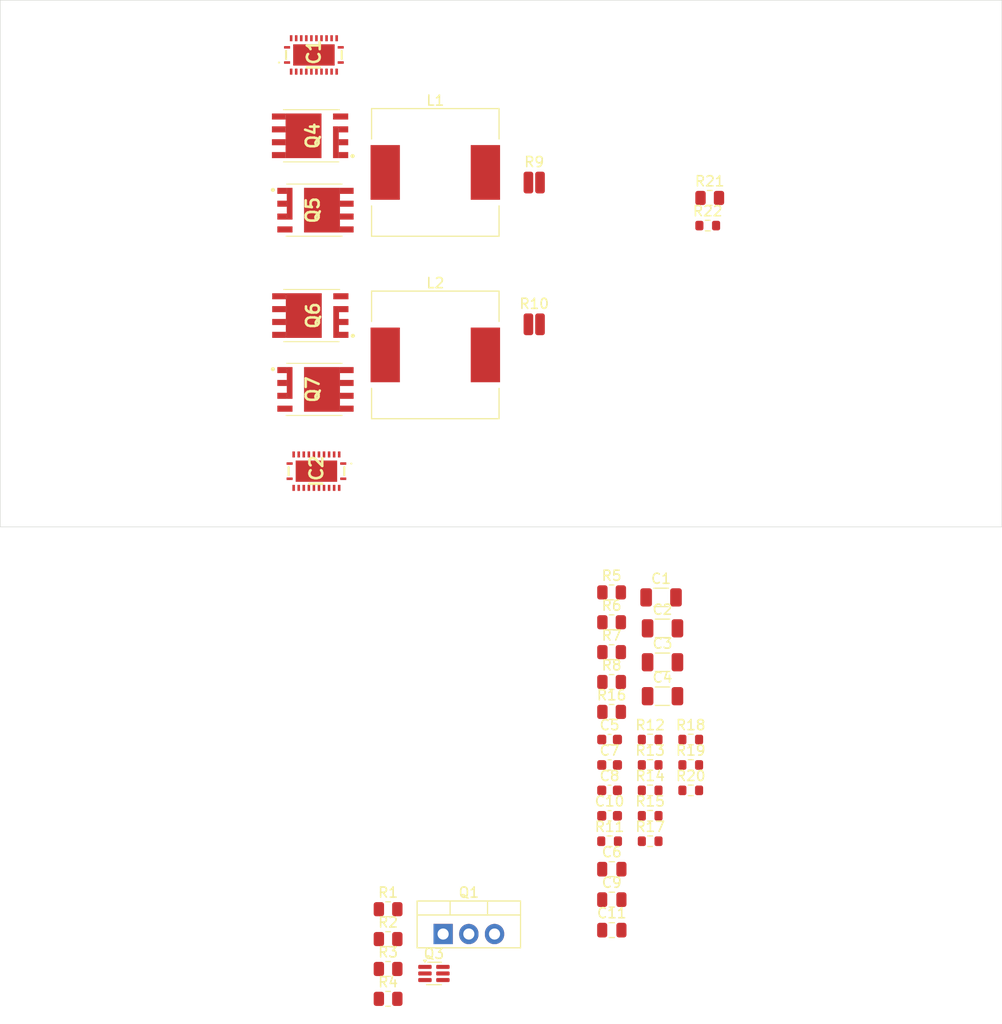
<source format=kicad_pcb>
(kicad_pcb (version 20241229) (generator "pcbnew") (generator_version "9.0")
  (layers (0 "F.Cu" signal) (2 "B.Cu" signal) (13 "F.Paste" user) (15 "B.Paste" user) (5 "F.SilkS" user "F.Silkscreen") (7 "B.SilkS" user "B.Silkscreen") (1 "F.Mask" user) (3 "B.Mask" user) (25 "Edge.Cuts" user))
  (net 0 "")
  (net 1 "GND")
  (net 2 "/Buck/VLINK")
  (net 3 "/Buck/SW1")
  (net 4 "/Buck/CBOOT1")
  (net 5 "VDDA")
  (net 6 "Net-(IC2-VCCX)")
  (net 7 "Net-(IC1-VCCX)")
  (net 8 "/Buck/CBOOT2")
  (net 9 "/Buck/SW2")
  (net 10 "Net-(IC1-VCC)")
  (net 11 "/Buck/VIN_BUCK")
  (net 12 "Net-(IC1-EN)")
  (net 14 "/Buck/CNFG1")
  (net 15 "/Buck/IS1_P")
  (net 16 "/Buck/EXTCOMP")
  (net 17 "/Buck/GH1")
  (net 19 "/Buck/RT1")
  (net 21 "/Buck/FB")
  (net 23 "/Buck/IS1_N")
  (net 24 "/Buck/GL1")
  (net 26 "/Buck/SYNC")
  (net 27 "/Buck/IS2_N")
  (net 28 "/Buck/IS2_P")
  (net 30 "/Buck/RT2")
  (net 31 "/Buck/CNFG2")
  (net 38 "/Buck/GH2")
  (net 39 "/Buck/GL2")
  (net 40 "Net-(L1-Pad2)")
  (net 41 "Net-(L2-Pad2)")
  (net 43 "Net-(Q1-B)")
  (net 44 "Net-(Q1-C)")
  (net 46 "Net-(Q3B-E2)")
  (net 47 "Net-(Q3A-E1)")
  (net 48 "Net-(D1-A)")
  (net 50 "Net-(Q2-PadB)")
  (net 52 "Net-(R17-Pad2)")
  (net 53 "Net-(R19-Pad2)")
  (net 54 "Net-(IC2-EN)")
  (net 55 "Net-(Q4-Pad4)")
  (net 56 "Net-(Q5-Pad4)")
  (net 57 "Net-(Q6-Pad4)")
  (net 58 "Net-(Q7-Pad4)")
  (net 59 "/Buck/VREF")
  (footprint "Capacitor_SMD:C_1206_3216Metric" (layer "F.Cu") (at 105.455 132.02)
    (property "Reference" "C2" (at 0 -1.85 0) (layer "F.SilkS"))
    (property "Value" "C")
    (fp_line (start -0.711252 -0.91) (end 0.711252 -0.91) (stroke (width 0.12)) (layer "F.SilkS"))
    (fp_line (start -0.711252 0.91) (end 0.711252 0.91) (stroke (width 0.12)) (layer "F.SilkS"))
    (pad "1" smd roundrect (at -1.475 0) (size 1.15 1.8) (layers "F.Cu" "F.Mask" "F.Paste") (roundrect_rratio 0.217391) (net 2 "/Buck/VLINK"))
    (pad "2" smd roundrect (at 1.475 0) (size 1.15 1.8) (layers "F.Cu" "F.Mask" "F.Paste") (roundrect_rratio 0.217391) (net 1 "GND"))
  )
  (footprint "Resistor_SMD:R_0805_2012Metric" (layer "F.Cu") (at 100.425 134.37)
    (property "Reference" "R7" (at 0 -1.65 0) (layer "F.SilkS"))
    (property "Value" "2.2")
    (fp_line (start -0.227064 -0.735) (end 0.227064 -0.735) (stroke (width 0.12)) (layer "F.SilkS"))
    (fp_line (start -0.227064 0.735) (end 0.227064 0.735) (stroke (width 0.12)) (layer "F.SilkS"))
    (pad "1" smd roundrect (at -0.9125 0) (size 1.025 1.4) (layers "F.Cu" "F.Mask" "F.Paste") (roundrect_rratio 0.243902) (net 17 "/Buck/GH1"))
    (pad "2" smd roundrect (at 0.9125 0) (size 1.025 1.4) (layers "F.Cu" "F.Mask" "F.Paste") (roundrect_rratio 0.243902) (net 57 "Net-(Q6-Pad4)"))
  )
  (footprint "Resistor_SMD:R_0603_1608Metric" (layer "F.Cu") (at 108.245 148.02)
    (property "Reference" "R20" (at 0 -1.43 0) (layer "F.SilkS"))
    (property "Value" "10k")
    (fp_line (start -0.237258 -0.5225) (end 0.237258 -0.5225) (stroke (width 0.12)) (layer "F.SilkS"))
    (fp_line (start -0.237258 0.5225) (end 0.237258 0.5225) (stroke (width 0.12)) (layer "F.SilkS"))
    (pad "1" smd roundrect (at -0.825 0) (size 0.8 0.95) (layers "F.Cu" "F.Mask" "F.Paste") (net 53 "Net-(R19-Pad2)"))
    (pad "2" smd roundrect (at 0.825 0) (size 0.8 0.95) (layers "F.Cu" "F.Mask" "F.Paste") (net 1 "GND"))
  )
  (footprint "Resistor_SMD:R_0603_1608Metric" (layer "F.Cu") (at 109.925 92.25)
    (property "Reference" "R22" (at 0 -1.43 0) (layer "F.SilkS"))
    (property "Value" "R")
    (fp_line (start -0.237258 -0.5225) (end 0.237258 -0.5225) (stroke (width 0.12)) (layer "F.SilkS"))
    (fp_line (start -0.237258 0.5225) (end 0.237258 0.5225) (stroke (width 0.12)) (layer "F.SilkS"))
    (pad "1" smd roundrect (at -0.825 0) (size 0.8 0.95) (layers "F.Cu" "F.Mask" "F.Paste") (net 59 "/Buck/VREF"))
    (pad "2" smd roundrect (at 0.825 0) (size 0.8 0.95) (layers "F.Cu" "F.Mask" "F.Paste") (net 21 "/Buck/FB"))
  )
  (footprint "Resistor_SMD:R_0805_2012Metric" (layer "F.Cu") (at 78.3325 168.605)
    (property "Reference" "R4" (at 0 -1.65 0) (layer "F.SilkS"))
    (property "Value" "R")
    (fp_line (start -0.227064 -0.735) (end 0.227064 -0.735) (stroke (width 0.12)) (layer "F.SilkS"))
    (fp_line (start -0.227064 0.735) (end 0.227064 0.735) (stroke (width 0.12)) (layer "F.SilkS"))
    (pad "1" smd roundrect (at -0.9125 0) (size 1.025 1.4) (layers "F.Cu" "F.Mask" "F.Paste") (roundrect_rratio 0.243902) (net 48 "Net-(D1-A)"))
    (pad "2" smd roundrect (at 0.9125 0) (size 1.025 1.4) (layers "F.Cu" "F.Mask" "F.Paste") (roundrect_rratio 0.243902) (net 1 "GND"))
  )
  (footprint "Capacitor_SMD:C_1206_3216Metric" (layer "F.Cu") (at 105.455 138.72)
    (property "Reference" "C4" (at 0 -1.85 0) (layer "F.SilkS"))
    (property "Value" "C")
    (fp_line (start -0.711252 -0.91) (end 0.711252 -0.91) (stroke (width 0.12)) (layer "F.SilkS"))
    (fp_line (start -0.711252 0.91) (end 0.711252 0.91) (stroke (width 0.12)) (layer "F.SilkS"))
    (pad "1" smd roundrect (at -1.475 0) (size 1.15 1.8) (layers "F.Cu" "F.Mask" "F.Paste") (roundrect_rratio 0.217391) (net 2 "/Buck/VLINK"))
    (pad "2" smd roundrect (at 1.475 0) (size 1.15 1.8) (layers "F.Cu" "F.Mask" "F.Paste") (roundrect_rratio 0.217391) (net 1 "GND"))
  )
  (footprint "Resistor_SMD:R_0805_2012Metric" (layer "F.Cu") (at 78.3325 165.655)
    (property "Reference" "R3" (at 0 -1.65 0) (layer "F.SilkS"))
    (property "Value" "R")
    (fp_line (start -0.227064 -0.735) (end 0.227064 -0.735) (stroke (width 0.12)) (layer "F.SilkS"))
    (fp_line (start -0.227064 0.735) (end 0.227064 0.735) (stroke (width 0.12)) (layer "F.SilkS"))
    (pad "1" smd roundrect (at -0.9125 0) (size 1.025 1.4) (layers "F.Cu" "F.Mask" "F.Paste") (roundrect_rratio 0.243902))
    (pad "2" smd roundrect (at 0.9125 0) (size 1.025 1.4) (layers "F.Cu" "F.Mask" "F.Paste") (roundrect_rratio 0.243902) (net 46 "Net-(Q3B-E2)"))
  )
  (footprint "Resistor_SMD:R_0805_2012Metric" (layer "F.Cu") (at 100.425 137.32)
    (property "Reference" "R8" (at 0 -1.65 0) (layer "F.SilkS"))
    (property "Value" "2.2")
    (fp_line (start -0.227064 -0.735) (end 0.227064 -0.735) (stroke (width 0.12)) (layer "F.SilkS"))
    (fp_line (start -0.227064 0.735) (end 0.227064 0.735) (stroke (width 0.12)) (layer "F.SilkS"))
    (pad "1" smd roundrect (at -0.9125 0) (size 1.025 1.4) (layers "F.Cu" "F.Mask" "F.Paste") (roundrect_rratio 0.243902) (net 24 "/Buck/GL1"))
    (pad "2" smd roundrect (at 0.9125 0) (size 1.025 1.4) (layers "F.Cu" "F.Mask" "F.Paste") (roundrect_rratio 0.243902) (net 58 "Net-(Q7-Pad4)"))
  )
  (footprint "Samacsys:IPC100N04S51R2ATMA1" (layer "F.Cu") (at 70.75 101.135 90)
    (property "Reference" "Q6" (at 0 0.163 90) (layer "F.SilkS") (effects (font (size 1.27 1.27) (thickness 0.254))))
    (property "Value" "BSC019N06NS" (hide yes))
    (fp_line (start 2.575 -2.74) (end 2.575 2.8) (stroke (width 0.1)) (layer "F.SilkS"))
    (fp_line (start -2.575 -2.74) (end -2.575 2.74) (stroke (width 0.1)) (layer "F.SilkS"))
    (fp_line (start -2 4) (end -2 4) (stroke (width 0.2)) (layer "F.SilkS"))
    (fp_line (start -2 4.2) (end -2 4.2) (stroke (width 0.2)) (layer "F.SilkS"))
    (fp_arc (start -2 4) (mid -1.9 4.1) (end -2 4.2) (stroke (width 0.2)) (layer "F.SilkS"))
    (fp_arc (start -2 4.2) (mid -2.1 4.1) (end -2 4) (stroke (width 0.2)) (layer "F.SilkS"))
    (pad "1" smd rect (at -1.905 3.199 90) (size 0.6 0.935) (layers "F.Cu" "F.Mask" "F.Paste") (net 9 "/Buck/SW2"))
    (pad "2" smd rect (at -0.635 3.199 90) (size 0.6 0.935) (layers "F.Cu" "F.Mask" "F.Paste") (net 9 "/Buck/SW2"))
    (pad "3" smd rect (at 0.635 3.199 90) (size 0.6 0.935) (layers "F.Cu" "F.Mask" "F.Paste") (net 9 "/Buck/SW2"))
    (pad "4" smd rect (at 1.905 2.916 90) (size 0.6 1.5) (layers "F.Cu" "F.Mask" "F.Paste") (net 57 "Net-(Q6-Pad4)"))
    (pad "5" smd rect (at 1.905 -3.199 90) (size 0.6 1.35) (layers "F.Cu" "F.Mask" "F.Paste") (net 11 "/Buck/VIN_BUCK"))
    (pad "6" smd rect (at 0.635 -3.199 90) (size 0.6 1.35) (layers "F.Cu" "F.Mask" "F.Paste") (net 11 "/Buck/VIN_BUCK"))
    (pad "7" smd rect (at -0.635 -3.199 90) (size 0.6 1.35) (layers "F.Cu" "F.Mask" "F.Paste") (net 11 "/Buck/VIN_BUCK"))
    (pad "8" smd rect (at -1.905 -3.199 90) (size 0.6 1.35) (layers "F.Cu" "F.Mask" "F.Paste") (net 11 "/Buck/VIN_BUCK"))
    (pad "9" smd rect (at 0 -0.749 180) (size 3.55 4.41) (layers "F.Cu" "F.Mask" "F.Paste") (net 11 "/Buck/VIN_BUCK"))
    (pad "10" smd rect (at -0.635 2.449 180) (size 0.565 3.14) (layers "F.Cu" "F.Mask" "F.Paste") (net 9 "/Buck/SW2"))
  )
  (footprint "Resistor_SMD:R_0508_1220Metric" (layer "F.Cu") (at 92.775 88)
    (property "Reference" "R9" (at 0 -2.03 0) (layer "F.SilkS"))
    (property "Value" "8m")
    (pad "1" smd roundrect (at -0.575 0) (size 0.95 2.15) (layers "F.Cu" "F.Mask" "F.Paste") (net 40 "Net-(L1-Pad2)"))
    (pad "2" smd roundrect (at 0.575 0) (size 0.95 2.15) (layers "F.Cu" "F.Mask" "F.Paste") (net 2 "/Buck/VLINK"))
  )
  (footprint "Capacitor_SMD:C_0603_1608Metric" (layer "F.Cu") (at 100.225 145.51)
    (property "Reference" "C7" (at 0 -1.43 0) (layer "F.SilkS"))
    (property "Value" "0.1")
    (fp_line (start -0.14058 -0.51) (end 0.14058 -0.51) (stroke (width 0.12)) (layer "F.SilkS"))
    (fp_line (start -0.14058 0.51) (end 0.14058 0.51) (stroke (width 0.12)) (layer "F.SilkS"))
    (pad "1" smd roundrect (at -0.775 0) (size 0.9 0.95) (layers "F.Cu" "F.Mask" "F.Paste") (net 1 "GND"))
    (pad "2" smd roundrect (at 0.775 0) (size 0.9 0.95) (layers "F.Cu" "F.Mask" "F.Paste") (net 6 "Net-(IC2-VCCX)"))
  )
  (footprint "Resistor_SMD:R_0805_2012Metric" (layer "F.Cu") (at 100.425 128.47)
    (property "Reference" "R5" (at 0 -1.65 0) (layer "F.SilkS"))
    (property "Value" "2.2")
    (fp_line (start -0.227064 -0.735) (end 0.227064 -0.735) (stroke (width 0.12)) (layer "F.SilkS"))
    (fp_line (start -0.227064 0.735) (end 0.227064 0.735) (stroke (width 0.12)) (layer "F.SilkS"))
    (pad "1" smd roundrect (at -0.9125 0) (size 1.025 1.4) (layers "F.Cu" "F.Mask" "F.Paste") (roundrect_rratio 0.243902) (net 17 "/Buck/GH1"))
    (pad "2" smd roundrect (at 0.9125 0) (size 1.025 1.4) (layers "F.Cu" "F.Mask" "F.Paste") (roundrect_rratio 0.243902) (net 55 "Net-(Q4-Pad4)"))
  )
  (footprint "Capacitor_SMD:C_0603_1608Metric" (layer "F.Cu") (at 100.225 148.02)
    (property "Reference" "C8" (at 0 -1.43 0) (layer "F.SilkS"))
    (property "Value" "0.1")
    (fp_line (start -0.14058 -0.51) (end 0.14058 -0.51) (stroke (width 0.12)) (layer "F.SilkS"))
    (fp_line (start -0.14058 0.51) (end 0.14058 0.51) (stroke (width 0.12)) (layer "F.SilkS"))
    (pad "1" smd roundrect (at -0.775 0) (size 0.9 0.95) (layers "F.Cu" "F.Mask" "F.Paste") (net 1 "GND"))
    (pad "2" smd roundrect (at 0.775 0) (size 0.9 0.95) (layers "F.Cu" "F.Mask" "F.Paste") (net 7 "Net-(IC1-VCCX)"))
  )
  (footprint "Inductor_SMD:L_12x12mm_H6mm" (layer "F.Cu") (at 83 87)
    (property "Reference" "L1" (at 0 -7.1 0) (layer "F.SilkS"))
    (property "Value" "47uH")
    (fp_line (start -6.3 -6.3) (end 6.3 -6.3) (stroke (width 0.12)) (layer "F.SilkS"))
    (fp_line (start -6.3 -3.3) (end -6.3 -6.3) (stroke (width 0.12)) (layer "F.SilkS"))
    (fp_line (start -6.3 6.3) (end -6.3 3.3) (stroke (width 0.12)) (layer "F.SilkS"))
    (fp_line (start 6.3 -6.3) (end 6.3 -3.3) (stroke (width 0.12)) (layer "F.SilkS"))
    (fp_line (start 6.3 3.3) (end 6.3 6.3) (stroke (width 0.12)) (layer "F.SilkS"))
    (fp_line (start 6.3 6.3) (end -6.3 6.3) (stroke (width 0.12)) (layer "F.SilkS"))
    (pad "1" smd rect (at -4.95 0) (size 2.9 5.4) (layers "F.Cu" "F.Mask" "F.Paste") (net 3 "/Buck/SW1"))
    (pad "2" smd rect (at 4.95 0) (size 2.9 5.4) (layers "F.Cu" "F.Mask" "F.Paste") (net 40 "Net-(L1-Pad2)"))
  )
  (footprint "Resistor_SMD:R_0603_1608Metric" (layer "F.Cu") (at 104.235 148.02)
    (property "Reference" "R14" (at 0 -1.43 0) (layer "F.SilkS"))
    (property "Value" "54.9k")
    (fp_line (start -0.237258 -0.5225) (end 0.237258 -0.5225) (stroke (width 0.12)) (layer "F.SilkS"))
    (fp_line (start -0.237258 0.5225) (end 0.237258 0.5225) (stroke (width 0.12)) (layer "F.SilkS"))
    (pad "1" smd roundrect (at -0.825 0) (size 0.8 0.95) (layers "F.Cu" "F.Mask" "F.Paste") (net 14 "/Buck/CNFG1"))
    (pad "2" smd roundrect (at 0.825 0) (size 0.8 0.95) (layers "F.Cu" "F.Mask" "F.Paste") (net 1 "GND"))
  )
  (footprint "Samacsys:LM5148RGYR" (layer "F.Cu") (at 71 75.4 90)
    (property "Reference" "IC1" (at 0 0 90) (layer "F.SilkS") (effects (font (size 1.27 1.27) (thickness 0.254))))
    (property "Value" "LM5148RGYR" (hide yes))
    (fp_line (start -0.75 -3.5) (end -0.75 -3.5) (stroke (width 0.1)) (layer "F.SilkS"))
    (fp_line (start -0.75 -3.4) (end -0.75 -3.4) (stroke (width 0.1)) (layer "F.SilkS"))
    (fp_line (start -0.4 -2.75) (end 0.4 -2.75) (stroke (width 0.2)) (layer "F.SilkS"))
    (fp_line (start -0.4 2.75) (end 0.4 2.75) (stroke (width 0.2)) (layer "F.SilkS"))
    (fp_arc (start -0.75 -3.5) (mid -0.7 -3.45) (end -0.75 -3.4) (stroke (width 0.1)) (layer "F.SilkS"))
    (fp_arc (start -0.75 -3.4) (mid -0.8 -3.45) (end -0.75 -3.5) (stroke (width 0.1)) (layer "F.SilkS"))
    (pad "1" smd rect (at -0.75 -2.65 90) (size 0.25 0.6) (layers "F.Cu" "F.Mask" "F.Paste"))
    (pad "2" smd rect (at -1.65 -2.25 180) (size 0.25 0.6) (layers "F.Cu" "F.Mask" "F.Paste"))
    (pad "3" smd rect (at -1.65 -1.75 180) (size 0.25 0.6) (layers "F.Cu" "F.Mask" "F.Paste") (net 14 "/Buck/CNFG1"))
    (pad "4" smd rect (at -1.65 -1.25 180) (size 0.25 0.6) (layers "F.Cu" "F.Mask" "F.Paste") (net 19 "/Buck/RT1"))
    (pad "5" smd rect (at -1.65 -0.75 180) (size 0.25 0.6) (layers "F.Cu" "F.Mask" "F.Paste") (net 16 "/Buck/EXTCOMP"))
    (pad "6" smd rect (at -1.65 -0.25 180) (size 0.25 0.6) (layers "F.Cu" "F.Mask" "F.Paste") (net 21 "/Buck/FB"))
    (pad "7" smd rect (at -1.65 0.25 180) (size 0.25 0.6) (layers "F.Cu" "F.Mask" "F.Paste") (net 1 "GND"))
    (pad "8" smd rect (at -1.65 0.75 180) (size 0.25 0.6) (layers "F.Cu" "F.Mask" "F.Paste") (net 5 "VDDA"))
    (pad "9" smd rect (at -1.65 1.25 180) (size 0.25 0.6) (layers "F.Cu" "F.Mask" "F.Paste") (net 10 "Net-(IC1-VCC)"))
    (pad "10" smd rect (at -1.65 1.75 180) (size 0.25 0.6) (layers "F.Cu" "F.Mask" "F.Paste") (net 1 "GND"))
    (pad "11" smd rect (at -1.65 2.25 180) (size 0.25 0.6) (layers "F.Cu" "F.Mask" "F.Paste") (net 24 "/Buck/GL1"))
    (pad "12" smd rect (at -0.75 2.65 90) (size 0.25 0.6) (layers "F.Cu" "F.Mask" "F.Paste") (net 11 "/Buck/VIN_BUCK"))
    (pad "13" smd rect (at 0.75 2.65 90) (size 0.25 0.6) (layers "F.Cu" "F.Mask" "F.Paste") (net 17 "/Buck/GH1"))
    (pad "14" smd rect (at 1.65 2.25 180) (size 0.25 0.6) (layers "F.Cu" "F.Mask" "F.Paste") (net 3 "/Buck/SW1"))
    (pad "15" smd rect (at 1.65 1.75 180) (size 0.25 0.6) (layers "F.Cu" "F.Mask" "F.Paste") (net 4 "/Buck/CBOOT1"))
    (pad "16" smd rect (at 1.65 1.25 180) (size 0.25 0.6) (layers "F.Cu" "F.Mask" "F.Paste") (net 7 "Net-(IC1-VCCX)"))
    (pad "17" smd rect (at 1.65 0.75 180) (size 0.25 0.6) (layers "F.Cu" "F.Mask" "F.Paste") (net 26 "/Buck/SYNC"))
    (pad "18" smd rect (at 1.65 0.25 180) (size 0.25 0.6) (layers "F.Cu" "F.Mask" "F.Paste") (net 1 "GND"))
    (pad "19" smd rect (at 1.65 -0.25 180) (size 0.25 0.6) (layers "F.Cu" "F.Mask" "F.Paste") (net 12 "Net-(IC1-EN)"))
    (pad "20" smd rect (at 1.65 -0.75 180) (size 0.25 0.6) (layers "F.Cu" "F.Mask" "F.Paste") (net 15 "/Buck/IS1_P"))
    (pad "21" smd rect (at 1.65 -1.25 180) (size 0.25 0.6) (layers "F.Cu" "F.Mask" "F.Paste") (net 23 "/Buck/IS1_N"))
    (pad "22" smd rect (at 1.65 -1.75 180) (size 0.25 0.6) (layers "F.Cu" "F.Mask" "F.Paste"))
    (pad "23" smd rect (at 1.65 -2.25 180) (size 0.25 0.6) (layers "F.Cu" "F.Mask" "F.Paste"))
    (pad "24" smd rect (at 0.75 -2.65 90) (size 0.25 0.6) (layers "F.Cu" "F.Mask" "F.Paste"))
    (pad "25" smd rect (at 0 0 90) (size 2.1 4.1) (layers "F.Cu" "F.Mask" "F.Paste") (net 1 "GND"))
  )
  (footprint "Resistor_SMD:R_0603_1608Metric" (layer "F.Cu") (at 108.245 143)
    (property "Reference" "R18" (at 0 -1.43 0) (layer "F.SilkS"))
    (property "Value" "10k")
    (fp_line (start -0.237258 -0.5225) (end 0.237258 -0.5225) (stroke (width 0.12)) (layer "F.SilkS"))
    (fp_line (start -0.237258 0.5225) (end 0.237258 0.5225) (stroke (width 0.12)) (layer "F.SilkS"))
    (pad "1" smd roundrect (at -0.825 0) (size 0.8 0.95) (layers "F.Cu" "F.Mask" "F.Paste") (net 52 "Net-(R17-Pad2)"))
    (pad "2" smd roundrect (at 0.825 0) (size 0.8 0.95) (layers "F.Cu" "F.Mask" "F.Paste") (net 1 "GND"))
  )
  (footprint "Resistor_SMD:R_0805_2012Metric" (layer "F.Cu") (at 100.425 140.27)
    (property "Reference" "R16" (at 0 -1.65 0) (layer "F.SilkS"))
    (property "Value" "10k")
    (fp_line (start -0.227064 -0.735) (end 0.227064 -0.735) (stroke (width 0.12)) (layer "F.SilkS"))
    (fp_line (start -0.227064 0.735) (end 0.227064 0.735) (stroke (width 0.12)) (layer "F.SilkS"))
    (pad "1" smd roundrect (at -0.9125 0) (size 1.025 1.4) (layers "F.Cu" "F.Mask" "F.Paste") (roundrect_rratio 0.243902) (net 11 "/Buck/VIN_BUCK"))
    (pad "2" smd roundrect (at 0.9125 0) (size 1.025 1.4) (layers "F.Cu" "F.Mask" "F.Paste") (roundrect_rratio 0.243902) (net 12 "Net-(IC1-EN)"))
  )
  (footprint "Resistor_SMD:R_0603_1608Metric" (layer "F.Cu") (at 104.235 153.04)
    (property "Reference" "R17" (at 0 -1.43 0) (layer "F.SilkS"))
    (property "Value" "100k")
    (fp_line (start -0.237258 -0.5225) (end 0.237258 -0.5225) (stroke (width 0.12)) (layer "F.SilkS"))
    (fp_line (start -0.237258 0.5225) (end 0.237258 0.5225) (stroke (width 0.12)) (layer "F.SilkS"))
    (pad "1" smd roundrect (at -0.825 0) (size 0.8 0.95) (layers "F.Cu" "F.Mask" "F.Paste") (net 19 "/Buck/RT1"))
    (pad "2" smd roundrect (at 0.825 0) (size 0.8 0.95) (layers "F.Cu" "F.Mask" "F.Paste") (net 52 "Net-(R17-Pad2)"))
  )
  (footprint "Resistor_SMD:R_0508_1220Metric" (layer "F.Cu") (at 92.775 102)
    (property "Reference" "R10" (at 0 -2.03 0) (layer "F.SilkS"))
    (property "Value" "8m")
    (pad "1" smd roundrect (at -0.575 0) (size 0.95 2.15) (layers "F.Cu" "F.Mask" "F.Paste") (net 41 "Net-(L2-Pad2)"))
    (pad "2" smd roundrect (at 0.575 0) (size 0.95 2.15) (layers "F.Cu" "F.Mask" "F.Paste") (net 2 "/Buck/VLINK"))
  )
  (footprint "Capacitor_SMD:C_0805_2012Metric" (layer "F.Cu") (at 100.445 158.81)
    (property "Reference" "C9" (at 0 -1.68 0) (layer "F.SilkS"))
    (property "Value" "0.1u")
    (fp_line (start -0.261252 -0.735) (end 0.261252 -0.735) (stroke (width 0.12)) (layer "F.SilkS"))
    (fp_line (start -0.261252 0.735) (end 0.261252 0.735) (stroke (width 0.12)) (layer "F.SilkS"))
    (pad "1" smd roundrect (at -0.95 0) (size 1 1.45) (layers "F.Cu" "F.Mask" "F.Paste") (net 5 "VDDA"))
    (pad "2" smd roundrect (at 0.95 0) (size 1 1.45) (layers "F.Cu" "F.Mask" "F.Paste") (net 1 "GND"))
  )
  (footprint "Resistor_SMD:R_0603_1608Metric" (layer "F.Cu") (at 104.235 145.51)
    (property "Reference" "R13" (at 0 -1.43 0) (layer "F.SilkS"))
    (property "Value" "R")
    (fp_line (start -0.237258 -0.5225) (end 0.237258 -0.5225) (stroke (width 0.12)) (layer "F.SilkS"))
    (fp_line (start -0.237258 0.5225) (end 0.237258 0.5225) (stroke (width 0.12)) (layer "F.SilkS"))
    (pad "1" smd roundrect (at -0.825 0) (size 0.8 0.95) (layers "F.Cu" "F.Mask" "F.Paste") (net 21 "/Buck/FB"))
    (pad "2" smd roundrect (at 0.825 0) (size 0.8 0.95) (layers "F.Cu" "F.Mask" "F.Paste") (net 1 "GND"))
  )
  (footprint "Capacitor_SMD:C_0603_1608Metric" (layer "F.Cu") (at 100.225 143)
    (property "Reference" "C5" (at 0 -1.43 0) (layer "F.SilkS"))
    (property "Value" "0.1")
    (fp_line (start -0.14058 -0.51) (end 0.14058 -0.51) (stroke (width 0.12)) (layer "F.SilkS"))
    (fp_line (start -0.14058 0.51) (end 0.14058 0.51) (stroke (width 0.12)) (layer "F.SilkS"))
    (pad "1" smd roundrect (at -0.775 0) (size 0.9 0.95) (layers "F.Cu" "F.Mask" "F.Paste") (net 4 "/Buck/CBOOT1"))
    (pad "2" smd roundrect (at 0.775 0) (size 0.9 0.95) (layers "F.Cu" "F.Mask" "F.Paste") (net 3 "/Buck/SW1"))
  )
  (footprint "Inductor_SMD:L_12x12mm_H6mm" (layer "F.Cu") (at 83 105.02)
    (property "Reference" "L2" (at 0 -7.1 0) (layer "F.SilkS"))
    (property "Value" "47uH")
    (fp_line (start -6.3 -6.3) (end 6.3 -6.3) (stroke (width 0.12)) (layer "F.SilkS"))
    (fp_line (start -6.3 -3.3) (end -6.3 -6.3) (stroke (width 0.12)) (layer "F.SilkS"))
    (fp_line (start -6.3 6.3) (end -6.3 3.3) (stroke (width 0.12)) (layer "F.SilkS"))
    (fp_line (start 6.3 -6.3) (end 6.3 -3.3) (stroke (width 0.12)) (layer "F.SilkS"))
    (fp_line (start 6.3 3.3) (end 6.3 6.3) (stroke (width 0.12)) (layer "F.SilkS"))
    (fp_line (start 6.3 6.3) (end -6.3 6.3) (stroke (width 0.12)) (layer "F.SilkS"))
    (pad "1" smd rect (at -4.95 0) (size 2.9 5.4) (layers "F.Cu" "F.Mask" "F.Paste") (net 9 "/Buck/SW2"))
    (pad "2" smd rect (at 4.95 0) (size 2.9 5.4) (layers "F.Cu" "F.Mask" "F.Paste") (net 41 "Net-(L2-Pad2)"))
  )
  (footprint "Resistor_SMD:R_0603_1608Metric" (layer "F.Cu") (at 104.235 150.53)
    (property "Reference" "R15" (at 0 -1.43 0) (layer "F.SilkS"))
    (property "Value" "90.0k")
    (fp_line (start -0.237258 -0.5225) (end 0.237258 -0.5225) (stroke (width 0.12)) (layer "F.SilkS"))
    (fp_line (start -0.237258 0.5225) (end 0.237258 0.5225) (stroke (width 0.12)) (layer "F.SilkS"))
    (pad "1" smd roundrect (at -0.825 0) (size 0.8 0.95) (layers "F.Cu" "F.Mask" "F.Paste") (net 31 "/Buck/CNFG2"))
    (pad "2" smd roundrect (at 0.825 0) (size 0.8 0.95) (layers "F.Cu" "F.Mask" "F.Paste") (net 1 "GND"))
  )
  (footprint "Samacsys:IPC100N04S51R2ATMA1" (layer "F.Cu") (at 71.051 108.425 -90)
    (property "Reference" "Q7" (at 0 0.163 90) (layer "F.SilkS") (effects (font (size 1.27 1.27) (thickness 0.254))))
    (property "Value" "BSC019N06NS" (hide yes))
    (fp_line (start -2 4.2) (end -2 4.2) (stroke (width 0.2)) (layer "F.SilkS"))
    (fp_line (start -2 4) (end -2 4) (stroke (width 0.2)) (layer "F.SilkS"))
    (fp_line (start -2.575 -2.74) (end -2.575 2.74) (stroke (width 0.1)) (layer "F.SilkS"))
    (fp_line (start 2.575 -2.74) (end 2.575 2.8) (stroke (width 0.1)) (layer "F.SilkS"))
    (fp_arc (start -2 4.2) (mid -2.1 4.1) (end -2 4) (stroke (width 0.2)) (layer "F.SilkS"))
    (fp_arc (start -2 4) (mid -1.9 4.1) (end -2 4.2) (stroke (width 0.2)) (layer "F.SilkS"))
    (pad "1" smd rect (at -1.905 3.199 270) (size 0.6 0.935) (layers "F.Cu" "F.Mask" "F.Paste") (net 1 "GND"))
    (pad "2" smd rect (at -0.635 3.199 270) (size 0.6 0.935) (layers "F.Cu" "F.Mask" "F.Paste") (net 1 "GND"))
    (pad "3" smd rect (at 0.635 3.199 270) (size 0.6 0.935) (layers "F.Cu" "F.Mask" "F.Paste") (net 1 "GND"))
    (pad "4" smd rect (at 1.905 2.916 270) (size 0.6 1.5) (layers "F.Cu" "F.Mask" "F.Paste") (net 58 "Net-(Q7-Pad4)"))
    (pad "5" smd rect (at 1.905 -3.199 270) (size 0.6 1.35) (layers "F.Cu" "F.Mask" "F.Paste") (net 9 "/Buck/SW2"))
    (pad "6" smd rect (at 0.635 -3.199 270) (size 0.6 1.35) (layers "F.Cu" "F.Mask" "F.Paste") (net 9 "/Buck/SW2"))
    (pad "7" smd rect (at -0.635 -3.199 270) (size 0.6 1.35) (layers "F.Cu" "F.Mask" "F.Paste") (net 9 "/Buck/SW2"))
    (pad "8" smd rect (at -1.905 -3.199 270) (size 0.6 1.35) (layers "F.Cu" "F.Mask" "F.Paste") (net 9 "/Buck/SW2"))
    (pad "9" smd rect (at 0 -0.749) (size 3.55 4.41) (layers "F.Cu" "F.Mask" "F.Paste") (net 9 "/Buck/SW2"))
    (pad "10" smd rect (at -0.635 2.449) (size 0.565 3.14) (layers "F.Cu" "F.Mask" "F.Paste") (net 1 "GND"))
  )
  (footprint "Samacsys:IPC100N04S51R2ATMA1" (layer "F.Cu") (at 70.725 83.385 90)
    (property "Reference" "Q4" (at 0 0.163 90) (layer "F.SilkS") (effects (font (size 1.27 1.27) (thickness 0.254))))
    (property "Value" "BSC019N06NS" (hide yes))
    (fp_line (start 2.575 -2.74) (end 2.575 2.8) (stroke (width 0.1)) (layer "F.SilkS"))
    (fp_line (start -2.575 -2.74) (end -2.575 2.74) (stroke (width 0.1)) (layer "F.SilkS"))
    (fp_line (start -2 4) (end -2 4) (stroke (width 0.2)) (layer "F.SilkS"))
    (fp_line (start -2 4.2) (end -2 4.2) (stroke (width 0.2)) (layer "F.SilkS"))
    (fp_arc (start -2 4) (mid -1.9 4.1) (end -2 4.2) (stroke (width 0.2)) (layer "F.SilkS"))
    (fp_arc (start -2 4.2) (mid -2.1 4.1) (end -2 4) (stroke (width 0.2)) (layer "F.SilkS"))
    (pad "1" smd rect (at -1.905 3.199 90) (size 0.6 0.935) (layers "F.Cu" "F.Mask" "F.Paste") (net 3 "/Buck/SW1"))
    (pad "2" smd rect (at -0.635 3.199 90) (size 0.6 0.935) (layers "F.Cu" "F.Mask" "F.Paste") (net 3 "/Buck/SW1"))
    (pad "3" smd rect (at 0.635 3.199 90) (size 0.6 0.935) (layers "F.Cu" "F.Mask" "F.Paste") (net 3 "/Buck/SW1"))
    (pad "4" smd rect (at 1.905 2.916 90) (size 0.6 1.5) (layers "F.Cu" "F.Mask" "F.Paste") (net 55 "Net-(Q4-Pad4)"))
    (pad "5" smd rect (at 1.905 -3.199 90) (size 0.6 1.35) (layers "F.Cu" "F.Mask" "F.Paste") (net 11 "/Buck/VIN_BUCK"))
    (pad "6" smd rect (at 0.635 -3.199 90) (size 0.6 1.35) (layers "F.Cu" "F.Mask" "F.Paste") (net 11 "/Buck/VIN_BUCK"))
    (pad "7" smd rect (at -0.635 -3.199 90) (size 0.6 1.35) (layers "F.Cu" "F.Mask" "F.Paste") (net 11 "/Buck/VIN_BUCK"))
    (pad "8" smd rect (at -1.905 -3.199 90) (size 0.6 1.35) (layers "F.Cu" "F.Mask" "F.Paste") (net 11 "/Buck/VIN_BUCK"))
    (pad "9" smd rect (at 0 -0.749 180) (size 3.55 4.41) (layers "F.Cu" "F.Mask" "F.Paste") (net 11 "/Buck/VIN_BUCK"))
    (pad "10" smd rect (at -0.635 2.449 180) (size 0.565 3.14) (layers "F.Cu" "F.Mask" "F.Paste") (net 3 "/Buck/SW1"))
  )
  (footprint "Resistor_SMD:R_0805_2012Metric" (layer "F.Cu") (at 100.425 131.42)
    (property "Reference" "R6" (at 0 -1.65 0) (layer "F.SilkS"))
    (property "Value" "2.2")
    (fp_line (start -0.227064 -0.735) (end 0.227064 -0.735) (stroke (width 0.12)) (layer "F.SilkS"))
    (fp_line (start -0.227064 0.735) (end 0.227064 0.735) (stroke (width 0.12)) (layer "F.SilkS"))
    (pad "1" smd roundrect (at -0.9125 0) (size 1.025 1.4) (layers "F.Cu" "F.Mask" "F.Paste") (roundrect_rratio 0.243902) (net 24 "/Buck/GL1"))
    (pad "2" smd roundrect (at 0.9125 0) (size 1.025 1.4) (layers "F.Cu" "F.Mask" "F.Paste") (roundrect_rratio 0.243902) (net 56 "Net-(Q5-Pad4)"))
  )
  (footprint "Samacsys:IPC100N04S51R2ATMA1" (layer "F.Cu") (at 71.051 90.725 -90)
    (property "Reference" "Q5" (at 0 0.163 90) (layer "F.SilkS") (effects (font (size 1.27 1.27) (thickness 0.254))))
    (property "Value" "BSC019N06NS" (hide yes))
    (fp_line (start -2 4.2) (end -2 4.2) (stroke (width 0.2)) (layer "F.SilkS"))
    (fp_line (start -2 4) (end -2 4) (stroke (width 0.2)) (layer "F.SilkS"))
    (fp_line (start -2.575 -2.74) (end -2.575 2.74) (stroke (width 0.1)) (layer "F.SilkS"))
    (fp_line (start 2.575 -2.74) (end 2.575 2.8) (stroke (width 0.1)) (layer "F.SilkS"))
    (fp_arc (start -2 4.2) (mid -2.1 4.1) (end -2 4) (stroke (width 0.2)) (layer "F.SilkS"))
    (fp_arc (start -2 4) (mid -1.9 4.1) (end -2 4.2) (stroke (width 0.2)) (layer "F.SilkS"))
    (pad "1" smd rect (at -1.905 3.199 270) (size 0.6 0.935) (layers "F.Cu" "F.Mask" "F.Paste") (net 1 "GND"))
    (pad "2" smd rect (at -0.635 3.199 270) (size 0.6 0.935) (layers "F.Cu" "F.Mask" "F.Paste") (net 1 "GND"))
    (pad "3" smd rect (at 0.635 3.199 270) (size 0.6 0.935) (layers "F.Cu" "F.Mask" "F.Paste") (net 1 "GND"))
    (pad "4" smd rect (at 1.905 2.916 270) (size 0.6 1.5) (layers "F.Cu" "F.Mask" "F.Paste") (net 56 "Net-(Q5-Pad4)"))
    (pad "5" smd rect (at 1.905 -3.199 270) (size 0.6 1.35) (layers "F.Cu" "F.Mask" "F.Paste") (net 3 "/Buck/SW1"))
    (pad "6" smd rect (at 0.635 -3.199 270) (size 0.6 1.35) (layers "F.Cu" "F.Mask" "F.Paste") (net 3 "/Buck/SW1"))
    (pad "7" smd rect (at -0.635 -3.199 270) (size 0.6 1.35) (layers "F.Cu" "F.Mask" "F.Paste") (net 3 "/Buck/SW1"))
    (pad "8" smd rect (at -1.905 -3.199 270) (size 0.6 1.35) (layers "F.Cu" "F.Mask" "F.Paste") (net 3 "/Buck/SW1"))
    (pad "9" smd rect (at 0 -0.749) (size 3.55 4.41) (layers "F.Cu" "F.Mask" "F.Paste") (net 3 "/Buck/SW1"))
    (pad "10" smd rect (at -0.635 2.449) (size 0.565 3.14) (layers "F.Cu" "F.Mask" "F.Paste") (net 1 "GND"))
  )
  (footprint "Capacitor_SMD:C_0805_2012Metric" (layer "F.Cu") (at 100.445 155.8)
    (property "Reference" "C6" (at 0 -1.68 0) (layer "F.SilkS"))
    (property "Value" "0.1u")
    (fp_line (start -0.261252 -0.735) (end 0.261252 -0.735) (stroke (width 0.12)) (layer "F.SilkS"))
    (fp_line (start -0.261252 0.735) (end 0.261252 0.735) (stroke (width 0.12)) (layer "F.SilkS"))
    (pad "1" smd roundrect (at -0.95 0) (size 1 1.45) (layers "F.Cu" "F.Mask" "F.Paste") (net 5 "VDDA"))
    (pad "2" smd roundrect (at 0.95 0) (size 1 1.45) (layers "F.Cu" "F.Mask" "F.Paste") (net 1 "GND"))
  )
  (footprint "Resistor_SMD:R_0603_1608Metric" (layer "F.Cu") (at 100.225 153.04)
    (property "Reference" "R11" (at 0 -1.43 0) (layer "F.SilkS"))
    (property "Value" "R")
    (fp_line (start -0.237258 -0.5225) (end 0.237258 -0.5225) (stroke (width 0.12)) (layer "F.SilkS"))
    (fp_line (start -0.237258 0.5225) (end 0.237258 0.5225) (stroke (width 0.12)) (layer "F.SilkS"))
    (pad "1" smd roundrect (at -0.825 0) (size 0.8 0.95) (layers "F.Cu" "F.Mask" "F.Paste") (net 5 "VDDA"))
    (pad "2" smd roundrect (at 0.825 0) (size 0.8 0.95) (layers "F.Cu" "F.Mask" "F.Paste") (net 21 "/Buck/FB"))
  )
  (footprint "Resistor_SMD:R_0603_1608Metric" (layer "F.Cu") (at 108.245 145.51)
    (property "Reference" "R19" (at 0 -1.43 0) (layer "F.SilkS"))
    (property "Value" "100k")
    (fp_line (start -0.237258 -0.5225) (end 0.237258 -0.5225) (stroke (width 0.12)) (layer "F.SilkS"))
    (fp_line (start -0.237258 0.5225) (end 0.237258 0.5225) (stroke (width 0.12)) (layer "F.SilkS"))
    (pad "1" smd roundrect (at -0.825 0) (size 0.8 0.95) (layers "F.Cu" "F.Mask" "F.Paste") (net 30 "/Buck/RT2"))
    (pad "2" smd roundrect (at 0.825 0) (size 0.8 0.95) (layers "F.Cu" "F.Mask" "F.Paste") (net 53 "Net-(R19-Pad2)"))
  )
  (footprint "Resistor_SMD:R_0805_2012Metric" (layer "F.Cu") (at 110.125 89.52)
    (property "Reference" "R21" (at 0 -1.65 0) (layer "F.SilkS"))
    (property "Value" "10k")
    (fp_line (start -0.227064 -0.735) (end 0.227064 -0.735) (stroke (width 0.12)) (layer "F.SilkS"))
    (fp_line (start -0.227064 0.735) (end 0.227064 0.735) (stroke (width 0.12)) (layer "F.SilkS"))
    (pad "1" smd roundrect (at -0.9125 0) (size 1.025 1.4) (layers "F.Cu" "F.Mask" "F.Paste") (roundrect_rratio 0.243902) (net 11 "/Buck/VIN_BUCK"))
    (pad "2" smd roundrect (at 0.9125 0) (size 1.025 1.4) (layers "F.Cu" "F.Mask" "F.Paste") (roundrect_rratio 0.243902) (net 54 "Net-(IC2-EN)"))
  )
  (footprint "Capacitor_SMD:C_0603_1608Metric" (layer "F.Cu") (at 100.225 150.53)
    (property "Reference" "C10" (at 0 -1.43 0) (layer "F.SilkS"))
    (property "Value" "0.1")
    (fp_line (start -0.14058 -0.51) (end 0.14058 -0.51) (stroke (width 0.12)) (layer "F.SilkS"))
    (fp_line (start -0.14058 0.51) (end 0.14058 0.51) (stroke (width 0.12)) (layer "F.SilkS"))
    (pad "1" smd roundrect (at -0.775 0) (size 0.9 0.95) (layers "F.Cu" "F.Mask" "F.Paste") (net 8 "/Buck/CBOOT2"))
    (pad "2" smd roundrect (at 0.775 0) (size 0.9 0.95) (layers "F.Cu" "F.Mask" "F.Paste") (net 9 "/Buck/SW2"))
  )
  (footprint "Samacsys:LM5148RGYR" (layer "F.Cu") (at 71.25 116.5 -90)
    (property "Reference" "IC2" (at 0 0 90) (layer "F.SilkS") (effects (font (size 1.27 1.27) (thickness 0.254))))
    (property "Value" "LM5148RGYR" (hide yes))
    (fp_line (start -0.4 2.75) (end 0.4 2.75) (stroke (width 0.2)) (layer "F.SilkS"))
    (fp_line (start -0.4 -2.75) (end 0.4 -2.75) (stroke (width 0.2)) (layer "F.SilkS"))
    (fp_line (start -0.75 -3.4) (end -0.75 -3.4) (stroke (width 0.1)) (layer "F.SilkS"))
    (fp_line (start -0.75 -3.5) (end -0.75 -3.5) (stroke (width 0.1)) (layer "F.SilkS"))
    (fp_arc (start -0.75 -3.4) (mid -0.8 -3.45) (end -0.75 -3.5) (stroke (width 0.1)) (layer "F.SilkS"))
    (fp_arc (start -0.75 -3.5) (mid -0.7 -3.45) (end -0.75 -3.4) (stroke (width 0.1)) (layer "F.SilkS"))
    (pad "1" smd rect (at -0.75 -2.65 270) (size 0.25 0.6) (layers "F.Cu" "F.Mask" "F.Paste"))
    (pad "2" smd rect (at -1.65 -2.25) (size 0.25 0.6) (layers "F.Cu" "F.Mask" "F.Paste"))
    (pad "3" smd rect (at -1.65 -1.75) (size 0.25 0.6) (layers "F.Cu" "F.Mask" "F.Paste") (net 31 "/Buck/CNFG2"))
    (pad "4" smd rect (at -1.65 -1.25) (size 0.25 0.6) (layers "F.Cu" "F.Mask" "F.Paste") (net 30 "/Buck/RT2"))
    (pad "5" smd rect (at -1.65 -0.75) (size 0.25 0.6) (layers "F.Cu" "F.Mask" "F.Paste") (net 16 "/Buck/EXTCOMP"))
    (pad "6" smd rect (at -1.65 -0.25) (size 0.25 0.6) (layers "F.Cu" "F.Mask" "F.Paste") (net 1 "GND"))
    (pad "7" smd rect (at -1.65 0.25) (size 0.25 0.6) (layers "F.Cu" "F.Mask" "F.Paste") (net 1 "GND"))
    (pad "8" smd rect (at -1.65 0.75) (size 0.25 0.6) (layers "F.Cu" "F.Mask" "F.Paste") (net 5 "VDDA"))
    (pad "9" smd rect (at -1.65 1.25) (size 0.25 0.6) (layers "F.Cu" "F.Mask" "F.Paste"))
    (pad "10" smd rect (at -1.65 1.75) (size 0.25 0.6) (layers "F.Cu" "F.Mask" "F.Paste") (net 1 "GND"))
    (pad "11" smd rect (at -1.65 2.25) (size 0.25 0.6) (layers "F.Cu" "F.Mask" "F.Paste") (net 39 "/Buck/GL2"))
    (pad "12" smd rect (at -0.75 2.65 270) (size 0.25 0.6) (layers "F.Cu" "F.Mask" "F.Paste") (net 11 "/Buck/VIN_BUCK"))
    (pad "13" smd rect (at 0.75 2.65 270) (size 0.25 0.6) (layers "F.Cu" "F.Mask" "F.Paste") (net 38 "/Buck/GH2"))
    (pad "14" smd rect (at 1.65 2.25) (size 0.25 0.6) (layers "F.Cu" "F.Mask" "F.Paste") (net 9 "/Buck/SW2"))
    (pad "15" smd rect (at 1.65 1.75) (size 0.25 0.6) (layers "F.Cu" "F.Mask" "F.Paste") (net 8 "/Buck/CBOOT2"))
    (pad "16" smd rect (at 1.65 1.25) (size 0.25 0.6) (layers "F.Cu" "F.Mask" "F.Paste") (net 6 "Net-(IC2-VCCX)"))
    (pad "17" smd rect (at 1.65 0.75) (size 0.25 0.6) (layers "F.Cu" "F.Mask" "F.Paste"))
    (pad "18" smd rect (at 1.65 0.25) (size 0.25 0.6) (layers "F.Cu" "F.Mask" "F.Paste") (net 26 "/Buck/SYNC"))
    (pad "19" smd rect (at 1.65 -0.25) (size 0.25 0.6) (layers "F.Cu" "F.Mask" "F.Paste") (net 54 "Net-(IC2-EN)"))
    (pad "20" smd rect (at 1.65 -0.75) (size 0.25 0.6) (layers "F.Cu" "F.Mask" "F.Paste") (net 28 "/Buck/IS2_P"))
    (pad "21" smd rect (at 1.65 -1.25) (size 0.25 0.6) (layers "F.Cu" "F.Mask" "F.Paste") (net 27 "/Buck/IS2_N"))
    (pad "22" smd rect (at 1.65 -1.75) (size 0.25 0.6) (layers "F.Cu" "F.Mask" "F.Paste"))
    (pad "23" smd rect (at 1.65 -2.25) (size 0.25 0.6) (layers "F.Cu" "F.Mask" "F.Paste"))
    (pad "24" smd rect (at 0.75 -2.65 270) (size 0.25 0.6) (layers "F.Cu" "F.Mask" "F.Paste"))
    (pad "25" smd rect (at 0 0 270) (size 2.1 4.1) (layers "F.Cu" "F.Mask" "F.Paste") (net 1 "GND"))
  )
  (footprint "Package_TO_SOT_SMD:SOT-363_SC-70-6" (layer "F.Cu") (at 82.8625 166.1)
    (property "Reference" "Q3" (at 0 -1.95 0) (layer "F.SilkS"))
    (property "Value" "BC856BS")
    (fp_line (start -0.599252 -1.11) (end 0.735 -1.11) (stroke (width 0.12)) (layer "F.SilkS"))
    (fp_line (start 0.735 1.11) (end -0.735 1.11) (stroke (width 0.12)) (layer "F.SilkS"))
    (fp_poly (pts (xy -0.89 -1.12) (xy -1.03 -1.31) (xy -0.75 -1.31)) (stroke (width 0.12)) (fill yes) (layer "F.SilkS"))
    (pad "1" smd roundrect (at -0.8875 -0.65) (size 1.325 0.4) (layers "F.Cu" "F.Mask" "F.Paste") (net 47 "Net-(Q3A-E1)"))
    (pad "2" smd roundrect (at -0.8875 0) (size 1.325 0.4) (layers "F.Cu" "F.Mask" "F.Paste"))
    (pad "3" smd roundrect (at -0.8875 0.65) (size 1.325 0.4) (layers "F.Cu" "F.Mask" "F.Paste") (net 48 "Net-(D1-A)"))
    (pad "4" smd roundrect (at 0.8875 0.65) (size 1.325 0.4) (layers "F.Cu" "F.Mask" "F.Paste") (net 46 "Net-(Q3B-E2)"))
    (pad "5" smd roundrect (at 0.8875 0) (size 1.325 0.4) (layers "F.Cu" "F.Mask" "F.Paste"))
    (pad "6" smd roundrect (at 0.8875 -0.65) (size 1.325 0.4) (layers "F.Cu" "F.Mask" "F.Paste") (net 43 "Net-(Q1-B)"))
  )
  (footprint "Resistor_SMD:R_0805_2012Metric" (layer "F.Cu") (at 78.3325 159.755)
    (property "Reference" "R1" (at 0 -1.65 0) (layer "F.SilkS"))
    (property "Value" "R")
    (fp_line (start -0.227064 -0.735) (end 0.227064 -0.735) (stroke (width 0.12)) (layer "F.SilkS"))
    (fp_line (start -0.227064 0.735) (end 0.227064 0.735) (stroke (width 0.12)) (layer "F.SilkS"))
    (pad "1" smd roundrect (at -0.9125 0) (size 1.025 1.4) (layers "F.Cu" "F.Mask" "F.Paste") (roundrect_rratio 0.243902) (net 44 "Net-(Q1-C)"))
    (pad "2" smd roundrect (at 0.9125 0) (size 1.025 1.4) (layers "F.Cu" "F.Mask" "F.Paste") (roundrect_rratio 0.243902) (net 47 "Net-(Q3A-E1)"))
  )
  (footprint "Capacitor_SMD:C_0805_2012Metric" (layer "F.Cu") (at 100.445 161.82)
    (property "Reference" "C11" (at 0 -1.68 0) (layer "F.SilkS"))
    (property "Value" "2.2u")
    (fp_line (start -0.261252 -0.735) (end 0.261252 -0.735) (stroke (width 0.12)) (layer "F.SilkS"))
    (fp_line (start -0.261252 0.735) (end 0.261252 0.735) (stroke (width 0.12)) (layer "F.SilkS"))
    (pad "1" smd roundrect (at -0.95 0) (size 1 1.45) (layers "F.Cu" "F.Mask" "F.Paste") (net 10 "Net-(IC1-VCC)"))
    (pad "2" smd roundrect (at 0.95 0) (size 1 1.45) (layers "F.Cu" "F.Mask" "F.Paste") (net 1 "GND"))
  )
  (footprint "Package_TO_SOT_THT:TO-220-3_Vertical" (layer "F.Cu") (at 83.7725 162.205)
    (property "Reference" "Q1" (at 2.54 -4.1 0) (layer "F.SilkS"))
    (property "Value" "TIP42C")
    (fp_line (start -2.57 -3.26) (end 7.65 -3.26) (stroke (width 0.12)) (layer "F.SilkS"))
    (fp_line (start -2.57 -1.88) (end 7.65 -1.88) (stroke (width 0.12)) (layer "F.SilkS"))
    (fp_line (start -2.57 1.36) (end -2.57 -3.26) (stroke (width 0.12)) (layer "F.SilkS"))
    (fp_line (start 0.69 -3.26) (end 0.69 -1.88) (stroke (width 0.12)) (layer "F.SilkS"))
    (fp_line (start 4.39 -3.26) (end 4.39 -1.88) (stroke (width 0.12)) (layer "F.SilkS"))
    (fp_line (start 7.65 -3.26) (end 7.65 1.36) (stroke (width 0.12)) (layer "F.SilkS"))
    (fp_line (start 7.65 1.36) (end -2.57 1.36) (stroke (width 0.12)) (layer "F.SilkS"))
    (pad "1" thru_hole rect (at 0 0) (size 1.905 2) (drill 1.1) (layers "*.Cu" "*.Mask") (net 43 "Net-(Q1-B)"))
    (pad "2" thru_hole oval (at 2.54 0) (size 1.905 2) (drill 1.1) (layers "*.Cu" "*.Mask") (net 44 "Net-(Q1-C)"))
    (pad "3" thru_hole oval (at 5.08 0) (size 1.905 2) (drill 1.1) (layers "*.Cu" "*.Mask"))
  )
  (footprint "Resistor_SMD:R_0603_1608Metric" (layer "F.Cu") (at 104.235 143)
    (property "Reference" "R12" (at 0 -1.43 0) (layer "F.SilkS"))
    (property "Value" "R")
    (fp_line (start -0.237258 -0.5225) (end 0.237258 -0.5225) (stroke (width 0.12)) (layer "F.SilkS"))
    (fp_line (start -0.237258 0.5225) (end 0.237258 0.5225) (stroke (width 0.12)) (layer "F.SilkS"))
    (pad "1" smd roundrect (at -0.825 0) (size 0.8 0.95) (layers "F.Cu" "F.Mask" "F.Paste") (net 2 "/Buck/VLINK"))
    (pad "2" smd roundrect (at 0.825 0) (size 0.8 0.95) (layers "F.Cu" "F.Mask" "F.Paste") (net 21 "/Buck/FB"))
  )
  (footprint "Capacitor_SMD:C_1206_3216Metric" (layer "F.Cu") (at 105.3125 128.965)
    (property "Reference" "C1" (at 0 -1.85 0) (layer "F.SilkS"))
    (property "Value" "C")
    (fp_line (start -0.711252 -0.91) (end 0.711252 -0.91) (stroke (width 0.12)) (layer "F.SilkS"))
    (fp_line (start -0.711252 0.91) (end 0.711252 0.91) (stroke (width 0.12)) (layer "F.SilkS"))
    (pad "1" smd roundrect (at -1.475 0) (size 1.15 1.8) (layers "F.Cu" "F.Mask" "F.Paste") (roundrect_rratio 0.217391) (net 2 "/Buck/VLINK"))
    (pad "2" smd roundrect (at 1.475 0) (size 1.15 1.8) (layers "F.Cu" "F.Mask" "F.Paste") (roundrect_rratio 0.217391) (net 1 "GND"))
  )
  (footprint "Resistor_SMD:R_0805_2012Metric" (layer "F.Cu") (at 78.3325 162.705)
    (property "Reference" "R2" (at 0 -1.65 0) (layer "F.SilkS"))
    (property "Value" "R")
    (fp_line (start -0.227064 -0.735) (end 0.227064 -0.735) (stroke (width 0.12)) (layer "F.SilkS"))
    (fp_line (start -0.227064 0.735) (end 0.227064 0.735) (stroke (width 0.12)) (layer "F.SilkS"))
    (pad "1" smd roundrect (at -0.9125 0) (size 1.025 1.4) (layers "F.Cu" "F.Mask" "F.Paste") (roundrect_rratio 0.243902) (net 48 "Net-(D1-A)"))
    (pad "2" smd roundrect (at 0.9125 0) (size 1.025 1.4) (layers "F.Cu" "F.Mask" "F.Paste") (roundrect_rratio 0.243902) (net 50 "Net-(Q2-PadB)"))
  )
  (footprint "Capacitor_SMD:C_1206_3216Metric" (layer "F.Cu") (at 105.455 135.37)
    (property "Reference" "C3" (at 0 -1.85 0) (layer "F.SilkS"))
    (property "Value" "C")
    (fp_line (start -0.711252 -0.91) (end 0.711252 -0.91) (stroke (width 0.12)) (layer "F.SilkS"))
    (fp_line (start -0.711252 0.91) (end 0.711252 0.91) (stroke (width 0.12)) (layer "F.SilkS"))
    (pad "1" smd roundrect (at -1.475 0) (size 1.15 1.8) (layers "F.Cu" "F.Mask" "F.Paste") (roundrect_rratio 0.217391) (net 2 "/Buck/VLINK"))
    (pad "2" smd roundrect (at 1.475 0) (size 1.15 1.8) (layers "F.Cu" "F.Mask" "F.Paste") (roundrect_rratio 0.217391) (net 1 "GND"))
  )
  (gr_rect (start 40 70) (end 139 122) (stroke (width 0.05)) (fill no) (layer "Edge.Cuts"))
)
</source>
